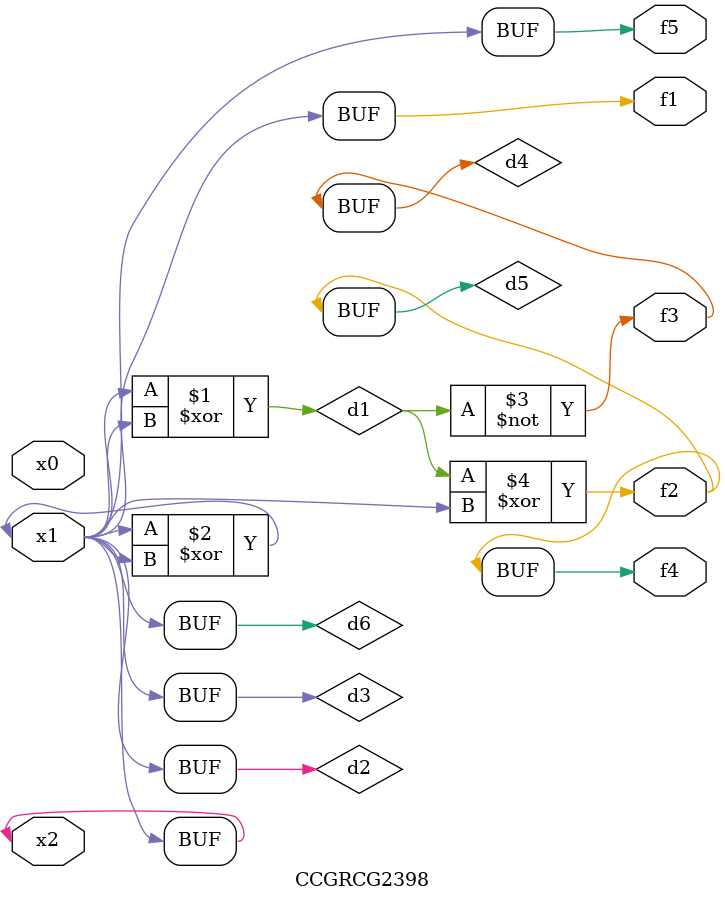
<source format=v>
module CCGRCG2398(
	input x0, x1, x2,
	output f1, f2, f3, f4, f5
);

	wire d1, d2, d3, d4, d5, d6;

	xor (d1, x1, x2);
	buf (d2, x1, x2);
	xor (d3, x1, x2);
	nor (d4, d1);
	xor (d5, d1, d2);
	buf (d6, d2, d3);
	assign f1 = d6;
	assign f2 = d5;
	assign f3 = d4;
	assign f4 = d5;
	assign f5 = d6;
endmodule

</source>
